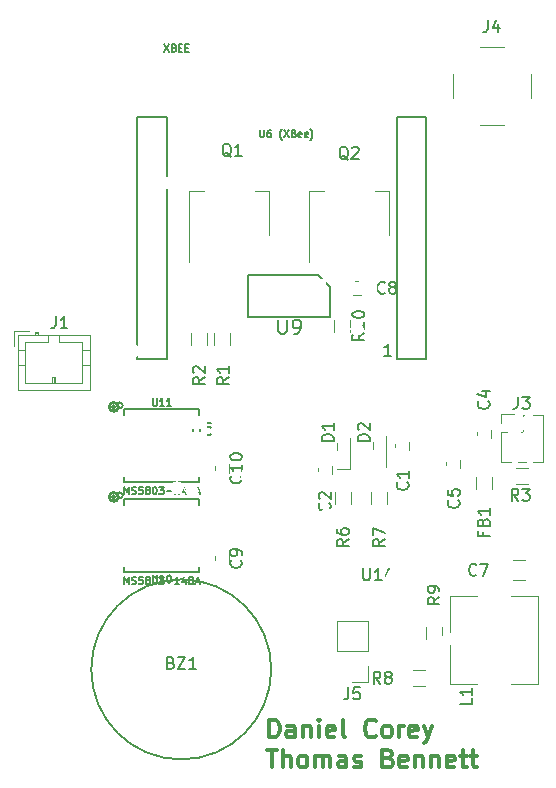
<source format=gbr>
G04 #@! TF.FileFunction,Legend,Top*
%FSLAX46Y46*%
G04 Gerber Fmt 4.6, Leading zero omitted, Abs format (unit mm)*
G04 Created by KiCad (PCBNEW 4.0.7) date Sunday, February 25, 2018 'PMt' 02:02:58 PM*
%MOMM*%
%LPD*%
G01*
G04 APERTURE LIST*
%ADD10C,0.128000*%
%ADD11C,0.300000*%
%ADD12C,0.150000*%
%ADD13C,0.120000*%
%ADD14C,0.203200*%
%ADD15C,0.254000*%
%ADD16C,0.127000*%
%ADD17C,0.152400*%
%ADD18C,1.924000*%
%ADD19R,1.300000X1.600000*%
%ADD20C,1.727200*%
%ADD21R,1.416000X1.416000*%
%ADD22O,1.416000X1.416000*%
%ADD23R,2.100000X2.100000*%
%ADD24O,2.100000X2.100000*%
%ADD25R,1.150000X1.600000*%
%ADD26R,1.600000X1.150000*%
%ADD27R,2.600000X1.900000*%
%ADD28R,4.200000X2.400000*%
%ADD29R,1.900000X2.400000*%
%ADD30R,1.600000X1.300000*%
%ADD31R,1.900000X1.010000*%
%ADD32R,2.451100X1.102360*%
%ADD33R,3.002280X1.102360*%
%ADD34R,1.700000X1.700000*%
%ADD35C,1.700000*%
%ADD36C,2.600000*%
%ADD37C,2.400000*%
%ADD38C,1.162000*%
%ADD39R,1.600000X2.100000*%
%ADD40O,1.600000X2.100000*%
%ADD41R,1.900000X1.650000*%
%ADD42C,3.650000*%
G04 APERTURE END LIST*
D10*
D11*
X156440143Y-116116571D02*
X156440143Y-114616571D01*
X156797286Y-114616571D01*
X157011571Y-114688000D01*
X157154429Y-114830857D01*
X157225857Y-114973714D01*
X157297286Y-115259429D01*
X157297286Y-115473714D01*
X157225857Y-115759429D01*
X157154429Y-115902286D01*
X157011571Y-116045143D01*
X156797286Y-116116571D01*
X156440143Y-116116571D01*
X158583000Y-116116571D02*
X158583000Y-115330857D01*
X158511571Y-115188000D01*
X158368714Y-115116571D01*
X158083000Y-115116571D01*
X157940143Y-115188000D01*
X158583000Y-116045143D02*
X158440143Y-116116571D01*
X158083000Y-116116571D01*
X157940143Y-116045143D01*
X157868714Y-115902286D01*
X157868714Y-115759429D01*
X157940143Y-115616571D01*
X158083000Y-115545143D01*
X158440143Y-115545143D01*
X158583000Y-115473714D01*
X159297286Y-115116571D02*
X159297286Y-116116571D01*
X159297286Y-115259429D02*
X159368714Y-115188000D01*
X159511572Y-115116571D01*
X159725857Y-115116571D01*
X159868714Y-115188000D01*
X159940143Y-115330857D01*
X159940143Y-116116571D01*
X160654429Y-116116571D02*
X160654429Y-115116571D01*
X160654429Y-114616571D02*
X160583000Y-114688000D01*
X160654429Y-114759429D01*
X160725857Y-114688000D01*
X160654429Y-114616571D01*
X160654429Y-114759429D01*
X161940143Y-116045143D02*
X161797286Y-116116571D01*
X161511572Y-116116571D01*
X161368715Y-116045143D01*
X161297286Y-115902286D01*
X161297286Y-115330857D01*
X161368715Y-115188000D01*
X161511572Y-115116571D01*
X161797286Y-115116571D01*
X161940143Y-115188000D01*
X162011572Y-115330857D01*
X162011572Y-115473714D01*
X161297286Y-115616571D01*
X162868715Y-116116571D02*
X162725857Y-116045143D01*
X162654429Y-115902286D01*
X162654429Y-114616571D01*
X165440143Y-115973714D02*
X165368714Y-116045143D01*
X165154428Y-116116571D01*
X165011571Y-116116571D01*
X164797286Y-116045143D01*
X164654428Y-115902286D01*
X164583000Y-115759429D01*
X164511571Y-115473714D01*
X164511571Y-115259429D01*
X164583000Y-114973714D01*
X164654428Y-114830857D01*
X164797286Y-114688000D01*
X165011571Y-114616571D01*
X165154428Y-114616571D01*
X165368714Y-114688000D01*
X165440143Y-114759429D01*
X166297286Y-116116571D02*
X166154428Y-116045143D01*
X166083000Y-115973714D01*
X166011571Y-115830857D01*
X166011571Y-115402286D01*
X166083000Y-115259429D01*
X166154428Y-115188000D01*
X166297286Y-115116571D01*
X166511571Y-115116571D01*
X166654428Y-115188000D01*
X166725857Y-115259429D01*
X166797286Y-115402286D01*
X166797286Y-115830857D01*
X166725857Y-115973714D01*
X166654428Y-116045143D01*
X166511571Y-116116571D01*
X166297286Y-116116571D01*
X167440143Y-116116571D02*
X167440143Y-115116571D01*
X167440143Y-115402286D02*
X167511571Y-115259429D01*
X167583000Y-115188000D01*
X167725857Y-115116571D01*
X167868714Y-115116571D01*
X168940142Y-116045143D02*
X168797285Y-116116571D01*
X168511571Y-116116571D01*
X168368714Y-116045143D01*
X168297285Y-115902286D01*
X168297285Y-115330857D01*
X168368714Y-115188000D01*
X168511571Y-115116571D01*
X168797285Y-115116571D01*
X168940142Y-115188000D01*
X169011571Y-115330857D01*
X169011571Y-115473714D01*
X168297285Y-115616571D01*
X169511571Y-115116571D02*
X169868714Y-116116571D01*
X170225856Y-115116571D02*
X169868714Y-116116571D01*
X169725856Y-116473714D01*
X169654428Y-116545143D01*
X169511571Y-116616571D01*
X156225857Y-117166571D02*
X157083000Y-117166571D01*
X156654429Y-118666571D02*
X156654429Y-117166571D01*
X157583000Y-118666571D02*
X157583000Y-117166571D01*
X158225857Y-118666571D02*
X158225857Y-117880857D01*
X158154428Y-117738000D01*
X158011571Y-117666571D01*
X157797286Y-117666571D01*
X157654428Y-117738000D01*
X157583000Y-117809429D01*
X159154429Y-118666571D02*
X159011571Y-118595143D01*
X158940143Y-118523714D01*
X158868714Y-118380857D01*
X158868714Y-117952286D01*
X158940143Y-117809429D01*
X159011571Y-117738000D01*
X159154429Y-117666571D01*
X159368714Y-117666571D01*
X159511571Y-117738000D01*
X159583000Y-117809429D01*
X159654429Y-117952286D01*
X159654429Y-118380857D01*
X159583000Y-118523714D01*
X159511571Y-118595143D01*
X159368714Y-118666571D01*
X159154429Y-118666571D01*
X160297286Y-118666571D02*
X160297286Y-117666571D01*
X160297286Y-117809429D02*
X160368714Y-117738000D01*
X160511572Y-117666571D01*
X160725857Y-117666571D01*
X160868714Y-117738000D01*
X160940143Y-117880857D01*
X160940143Y-118666571D01*
X160940143Y-117880857D02*
X161011572Y-117738000D01*
X161154429Y-117666571D01*
X161368714Y-117666571D01*
X161511572Y-117738000D01*
X161583000Y-117880857D01*
X161583000Y-118666571D01*
X162940143Y-118666571D02*
X162940143Y-117880857D01*
X162868714Y-117738000D01*
X162725857Y-117666571D01*
X162440143Y-117666571D01*
X162297286Y-117738000D01*
X162940143Y-118595143D02*
X162797286Y-118666571D01*
X162440143Y-118666571D01*
X162297286Y-118595143D01*
X162225857Y-118452286D01*
X162225857Y-118309429D01*
X162297286Y-118166571D01*
X162440143Y-118095143D01*
X162797286Y-118095143D01*
X162940143Y-118023714D01*
X163583000Y-118595143D02*
X163725857Y-118666571D01*
X164011572Y-118666571D01*
X164154429Y-118595143D01*
X164225857Y-118452286D01*
X164225857Y-118380857D01*
X164154429Y-118238000D01*
X164011572Y-118166571D01*
X163797286Y-118166571D01*
X163654429Y-118095143D01*
X163583000Y-117952286D01*
X163583000Y-117880857D01*
X163654429Y-117738000D01*
X163797286Y-117666571D01*
X164011572Y-117666571D01*
X164154429Y-117738000D01*
X166511572Y-117880857D02*
X166725858Y-117952286D01*
X166797286Y-118023714D01*
X166868715Y-118166571D01*
X166868715Y-118380857D01*
X166797286Y-118523714D01*
X166725858Y-118595143D01*
X166583000Y-118666571D01*
X166011572Y-118666571D01*
X166011572Y-117166571D01*
X166511572Y-117166571D01*
X166654429Y-117238000D01*
X166725858Y-117309429D01*
X166797286Y-117452286D01*
X166797286Y-117595143D01*
X166725858Y-117738000D01*
X166654429Y-117809429D01*
X166511572Y-117880857D01*
X166011572Y-117880857D01*
X168083000Y-118595143D02*
X167940143Y-118666571D01*
X167654429Y-118666571D01*
X167511572Y-118595143D01*
X167440143Y-118452286D01*
X167440143Y-117880857D01*
X167511572Y-117738000D01*
X167654429Y-117666571D01*
X167940143Y-117666571D01*
X168083000Y-117738000D01*
X168154429Y-117880857D01*
X168154429Y-118023714D01*
X167440143Y-118166571D01*
X168797286Y-117666571D02*
X168797286Y-118666571D01*
X168797286Y-117809429D02*
X168868714Y-117738000D01*
X169011572Y-117666571D01*
X169225857Y-117666571D01*
X169368714Y-117738000D01*
X169440143Y-117880857D01*
X169440143Y-118666571D01*
X170154429Y-117666571D02*
X170154429Y-118666571D01*
X170154429Y-117809429D02*
X170225857Y-117738000D01*
X170368715Y-117666571D01*
X170583000Y-117666571D01*
X170725857Y-117738000D01*
X170797286Y-117880857D01*
X170797286Y-118666571D01*
X172083000Y-118595143D02*
X171940143Y-118666571D01*
X171654429Y-118666571D01*
X171511572Y-118595143D01*
X171440143Y-118452286D01*
X171440143Y-117880857D01*
X171511572Y-117738000D01*
X171654429Y-117666571D01*
X171940143Y-117666571D01*
X172083000Y-117738000D01*
X172154429Y-117880857D01*
X172154429Y-118023714D01*
X171440143Y-118166571D01*
X172583000Y-117666571D02*
X173154429Y-117666571D01*
X172797286Y-117166571D02*
X172797286Y-118452286D01*
X172868714Y-118595143D01*
X173011572Y-118666571D01*
X173154429Y-118666571D01*
X173440143Y-117666571D02*
X174011572Y-117666571D01*
X173654429Y-117166571D02*
X173654429Y-118452286D01*
X173725857Y-118595143D01*
X173868715Y-118666571D01*
X174011572Y-118666571D01*
D12*
X156591000Y-110363000D02*
G75*
G03X156591000Y-110363000I-7620000J0D01*
G01*
D13*
X151720000Y-82923000D02*
X151720000Y-81923000D01*
X153080000Y-81923000D02*
X153080000Y-82923000D01*
X151175000Y-81923000D02*
X151175000Y-82923000D01*
X149815000Y-82923000D02*
X149815000Y-81923000D01*
D14*
X147731480Y-84114640D02*
X145232120Y-84114640D01*
X145232120Y-84114640D02*
X145232120Y-63614300D01*
X145232120Y-63614300D02*
X147731480Y-63614300D01*
X147731480Y-84114640D02*
X147731480Y-63614300D01*
X167228520Y-84114640D02*
X169727880Y-84114640D01*
X169727880Y-84114640D02*
X169727880Y-63614300D01*
X169727880Y-63614300D02*
X167228520Y-63614300D01*
X167228520Y-84114640D02*
X167228520Y-63614300D01*
D13*
X176035000Y-92770000D02*
X176857470Y-92770000D01*
X178742530Y-92770000D02*
X179565000Y-92770000D01*
X177472530Y-92770000D02*
X178127470Y-92770000D01*
X176035000Y-90295000D02*
X176035000Y-92770000D01*
X179565000Y-88840000D02*
X179565000Y-92770000D01*
X176035000Y-90295000D02*
X176601529Y-90295000D01*
X177728471Y-90295000D02*
X177871529Y-90295000D01*
X177925000Y-90241529D02*
X177925000Y-90098471D01*
X177925000Y-88971529D02*
X177925000Y-88840000D01*
X177925000Y-88840000D02*
X178127470Y-88840000D01*
X178742530Y-88840000D02*
X179565000Y-88840000D01*
X176035000Y-89535000D02*
X176035000Y-88775000D01*
X176035000Y-88775000D02*
X177165000Y-88775000D01*
X167040000Y-91790000D02*
X167040000Y-91090000D01*
X168240000Y-91090000D02*
X168240000Y-91790000D01*
X161763000Y-93122000D02*
X161763000Y-93822000D01*
X160563000Y-93822000D02*
X160563000Y-93122000D01*
X175225000Y-90074000D02*
X175225000Y-90774000D01*
X174025000Y-90774000D02*
X174025000Y-90074000D01*
X172558000Y-92614000D02*
X172558000Y-93314000D01*
X171358000Y-93314000D02*
X171358000Y-92614000D01*
X163480000Y-77505000D02*
X164180000Y-77505000D01*
X164180000Y-78705000D02*
X163480000Y-78705000D01*
X162137000Y-93367000D02*
X163237000Y-93367000D01*
X163237000Y-93367000D02*
X163237000Y-90767000D01*
X162137000Y-93367000D02*
X162137000Y-90767000D01*
X165185000Y-93240000D02*
X166285000Y-93240000D01*
X166285000Y-93240000D02*
X166285000Y-90640000D01*
X165185000Y-93240000D02*
X165185000Y-90640000D01*
X175305000Y-94115000D02*
X175305000Y-95115000D01*
X173945000Y-95115000D02*
X173945000Y-94115000D01*
X174050500Y-111586500D02*
X171750500Y-111586500D01*
X171750500Y-111586500D02*
X171750500Y-104186500D01*
X171750500Y-104186500D02*
X174050500Y-104186500D01*
X176850500Y-104186500D02*
X179150500Y-104186500D01*
X179150500Y-104186500D02*
X179150500Y-111586500D01*
X179150500Y-111586500D02*
X176850500Y-111586500D01*
X156445000Y-69845000D02*
X155185000Y-69845000D01*
X149625000Y-69845000D02*
X150885000Y-69845000D01*
X156445000Y-73605000D02*
X156445000Y-69845000D01*
X149625000Y-75855000D02*
X149625000Y-69845000D01*
X166605000Y-69845000D02*
X165345000Y-69845000D01*
X159785000Y-69845000D02*
X161045000Y-69845000D01*
X166605000Y-73605000D02*
X166605000Y-69845000D01*
X159785000Y-75855000D02*
X159785000Y-69845000D01*
X177300000Y-93300000D02*
X178300000Y-93300000D01*
X178300000Y-94660000D02*
X177300000Y-94660000D01*
X163367000Y-95342000D02*
X163367000Y-96342000D01*
X162007000Y-96342000D02*
X162007000Y-95342000D01*
X166415000Y-95385000D02*
X166415000Y-96385000D01*
X165055000Y-96385000D02*
X165055000Y-95385000D01*
X169600500Y-111741500D02*
X168600500Y-111741500D01*
X168600500Y-110381500D02*
X169600500Y-110381500D01*
X169690500Y-107751500D02*
X169690500Y-106751500D01*
X171050500Y-106751500D02*
X171050500Y-107751500D01*
X161880000Y-81780000D02*
X161880000Y-80780000D01*
X163240000Y-80780000D02*
X163240000Y-81780000D01*
D12*
X161565000Y-77985000D02*
X160565000Y-76985000D01*
X160565000Y-76985000D02*
X154665000Y-76985000D01*
X154665000Y-76985000D02*
X154665000Y-80495000D01*
X154665000Y-80495000D02*
X161565000Y-80495000D01*
X161565000Y-80495000D02*
X161565000Y-77985000D01*
D13*
X153000000Y-100615000D02*
X153000000Y-101315000D01*
X151800000Y-101315000D02*
X151800000Y-100615000D01*
X153000000Y-92995000D02*
X153000000Y-93695000D01*
X151800000Y-93695000D02*
X151800000Y-92995000D01*
D15*
X143637000Y-95758000D02*
G75*
G03X143637000Y-95758000I-381000J0D01*
G01*
X143383000Y-95758000D02*
G75*
G03X143383000Y-95758000I-127000J0D01*
G01*
D14*
X144122140Y-95961200D02*
X150517860Y-95961200D01*
X150517860Y-102158800D02*
X144122140Y-102158800D01*
X144122140Y-102158800D02*
X144122140Y-101658420D01*
X150517860Y-102158800D02*
X150517860Y-101658420D01*
X150517860Y-95961200D02*
X150517860Y-96461580D01*
X144122140Y-95961200D02*
X144122140Y-96461580D01*
D10*
X144018000Y-95631000D02*
G75*
G03X144018000Y-95631000I-254000J0D01*
G01*
D15*
X143637000Y-88138000D02*
G75*
G03X143637000Y-88138000I-381000J0D01*
G01*
X143383000Y-88138000D02*
G75*
G03X143383000Y-88138000I-127000J0D01*
G01*
D14*
X144122140Y-88341200D02*
X150517860Y-88341200D01*
X150517860Y-94538800D02*
X144122140Y-94538800D01*
X144122140Y-94538800D02*
X144122140Y-94038420D01*
X150517860Y-94538800D02*
X150517860Y-94038420D01*
X150517860Y-88341200D02*
X150517860Y-88841580D01*
X144122140Y-88341200D02*
X144122140Y-88841580D01*
D10*
X144018000Y-88011000D02*
G75*
G03X144018000Y-88011000I-254000J0D01*
G01*
D13*
X174260000Y-57660000D02*
X176260000Y-57660000D01*
X174260000Y-64260000D02*
X176260000Y-64260000D01*
X178560000Y-59960000D02*
X178560000Y-61960000D01*
X171960000Y-59960000D02*
X171960000Y-61960000D01*
X164779000Y-106239000D02*
X162119000Y-106239000D01*
X164779000Y-108839000D02*
X164779000Y-106239000D01*
X162119000Y-108839000D02*
X162119000Y-106239000D01*
X164779000Y-108839000D02*
X162119000Y-108839000D01*
X164779000Y-110109000D02*
X164779000Y-111439000D01*
X164779000Y-111439000D02*
X163449000Y-111439000D01*
X135110000Y-82020000D02*
X135110000Y-86720000D01*
X135110000Y-86720000D02*
X141210000Y-86720000D01*
X141210000Y-86720000D02*
X141210000Y-82020000D01*
X141210000Y-82020000D02*
X135110000Y-82020000D01*
X137660000Y-82020000D02*
X137660000Y-82620000D01*
X137660000Y-82620000D02*
X135710000Y-82620000D01*
X135710000Y-82620000D02*
X135710000Y-86120000D01*
X135710000Y-86120000D02*
X140610000Y-86120000D01*
X140610000Y-86120000D02*
X140610000Y-82620000D01*
X140610000Y-82620000D02*
X138660000Y-82620000D01*
X138660000Y-82620000D02*
X138660000Y-82020000D01*
X135110000Y-83320000D02*
X135710000Y-83320000D01*
X135110000Y-84620000D02*
X135710000Y-84620000D01*
X141210000Y-83320000D02*
X140610000Y-83320000D01*
X141210000Y-84620000D02*
X140610000Y-84620000D01*
X136860000Y-82020000D02*
X136860000Y-81820000D01*
X136860000Y-81820000D02*
X136560000Y-81820000D01*
X136560000Y-81820000D02*
X136560000Y-82020000D01*
X136860000Y-81920000D02*
X136560000Y-81920000D01*
X138060000Y-86120000D02*
X138060000Y-85620000D01*
X138060000Y-85620000D02*
X138260000Y-85620000D01*
X138260000Y-85620000D02*
X138260000Y-86120000D01*
X138160000Y-86120000D02*
X138160000Y-85620000D01*
X136060000Y-81720000D02*
X134810000Y-81720000D01*
X134810000Y-81720000D02*
X134810000Y-82970000D01*
X178046000Y-101131000D02*
X177046000Y-101131000D01*
X177046000Y-102831000D02*
X178046000Y-102831000D01*
D12*
X148090048Y-109791571D02*
X148232905Y-109839190D01*
X148280524Y-109886810D01*
X148328143Y-109982048D01*
X148328143Y-110124905D01*
X148280524Y-110220143D01*
X148232905Y-110267762D01*
X148137667Y-110315381D01*
X147756714Y-110315381D01*
X147756714Y-109315381D01*
X148090048Y-109315381D01*
X148185286Y-109363000D01*
X148232905Y-109410619D01*
X148280524Y-109505857D01*
X148280524Y-109601095D01*
X148232905Y-109696333D01*
X148185286Y-109743952D01*
X148090048Y-109791571D01*
X147756714Y-109791571D01*
X148661476Y-109315381D02*
X149328143Y-109315381D01*
X148661476Y-110315381D01*
X149328143Y-110315381D01*
X150232905Y-110315381D02*
X149661476Y-110315381D01*
X149947190Y-110315381D02*
X149947190Y-109315381D01*
X149851952Y-109458238D01*
X149756714Y-109553476D01*
X149661476Y-109601095D01*
X152979381Y-85637666D02*
X152503190Y-85971000D01*
X152979381Y-86209095D02*
X151979381Y-86209095D01*
X151979381Y-85828142D01*
X152027000Y-85732904D01*
X152074619Y-85685285D01*
X152169857Y-85637666D01*
X152312714Y-85637666D01*
X152407952Y-85685285D01*
X152455571Y-85732904D01*
X152503190Y-85828142D01*
X152503190Y-86209095D01*
X152979381Y-84685285D02*
X152979381Y-85256714D01*
X152979381Y-84971000D02*
X151979381Y-84971000D01*
X152122238Y-85066238D01*
X152217476Y-85161476D01*
X152265095Y-85256714D01*
X150947381Y-85637666D02*
X150471190Y-85971000D01*
X150947381Y-86209095D02*
X149947381Y-86209095D01*
X149947381Y-85828142D01*
X149995000Y-85732904D01*
X150042619Y-85685285D01*
X150137857Y-85637666D01*
X150280714Y-85637666D01*
X150375952Y-85685285D01*
X150423571Y-85732904D01*
X150471190Y-85828142D01*
X150471190Y-86209095D01*
X150042619Y-85256714D02*
X149995000Y-85209095D01*
X149947381Y-85113857D01*
X149947381Y-84875761D01*
X149995000Y-84780523D01*
X150042619Y-84732904D01*
X150137857Y-84685285D01*
X150233095Y-84685285D01*
X150375952Y-84732904D01*
X150947381Y-85304333D01*
X150947381Y-84685285D01*
D16*
X155640315Y-64690171D02*
X155640315Y-65183657D01*
X155669343Y-65241714D01*
X155698372Y-65270743D01*
X155756429Y-65299771D01*
X155872543Y-65299771D01*
X155930601Y-65270743D01*
X155959629Y-65241714D01*
X155988658Y-65183657D01*
X155988658Y-64690171D01*
X156540201Y-64690171D02*
X156424087Y-64690171D01*
X156366030Y-64719200D01*
X156337001Y-64748229D01*
X156278944Y-64835314D01*
X156249915Y-64951429D01*
X156249915Y-65183657D01*
X156278944Y-65241714D01*
X156307972Y-65270743D01*
X156366030Y-65299771D01*
X156482144Y-65299771D01*
X156540201Y-65270743D01*
X156569230Y-65241714D01*
X156598258Y-65183657D01*
X156598258Y-65038514D01*
X156569230Y-64980457D01*
X156540201Y-64951429D01*
X156482144Y-64922400D01*
X156366030Y-64922400D01*
X156307972Y-64951429D01*
X156278944Y-64980457D01*
X156249915Y-65038514D01*
X157498143Y-65532000D02*
X157469115Y-65502971D01*
X157411058Y-65415886D01*
X157382029Y-65357829D01*
X157353000Y-65270743D01*
X157323972Y-65125600D01*
X157323972Y-65009486D01*
X157353000Y-64864343D01*
X157382029Y-64777257D01*
X157411058Y-64719200D01*
X157469115Y-64632114D01*
X157498143Y-64603086D01*
X157672315Y-64690171D02*
X158078715Y-65299771D01*
X158078715Y-64690171D02*
X157672315Y-65299771D01*
X158514143Y-64980457D02*
X158601229Y-65009486D01*
X158630257Y-65038514D01*
X158659286Y-65096571D01*
X158659286Y-65183657D01*
X158630257Y-65241714D01*
X158601229Y-65270743D01*
X158543171Y-65299771D01*
X158310943Y-65299771D01*
X158310943Y-64690171D01*
X158514143Y-64690171D01*
X158572200Y-64719200D01*
X158601229Y-64748229D01*
X158630257Y-64806286D01*
X158630257Y-64864343D01*
X158601229Y-64922400D01*
X158572200Y-64951429D01*
X158514143Y-64980457D01*
X158310943Y-64980457D01*
X159152771Y-65270743D02*
X159094714Y-65299771D01*
X158978600Y-65299771D01*
X158920543Y-65270743D01*
X158891514Y-65212686D01*
X158891514Y-64980457D01*
X158920543Y-64922400D01*
X158978600Y-64893371D01*
X159094714Y-64893371D01*
X159152771Y-64922400D01*
X159181800Y-64980457D01*
X159181800Y-65038514D01*
X158891514Y-65096571D01*
X159675285Y-65270743D02*
X159617228Y-65299771D01*
X159501114Y-65299771D01*
X159443057Y-65270743D01*
X159414028Y-65212686D01*
X159414028Y-64980457D01*
X159443057Y-64922400D01*
X159501114Y-64893371D01*
X159617228Y-64893371D01*
X159675285Y-64922400D01*
X159704314Y-64980457D01*
X159704314Y-65038514D01*
X159414028Y-65096571D01*
X159907514Y-65532000D02*
X159936542Y-65502971D01*
X159994599Y-65415886D01*
X160023628Y-65357829D01*
X160052657Y-65270743D01*
X160081685Y-65125600D01*
X160081685Y-65009486D01*
X160052657Y-64864343D01*
X160023628Y-64777257D01*
X159994599Y-64719200D01*
X159936542Y-64632114D01*
X159907514Y-64603086D01*
X147530458Y-57451171D02*
X147936858Y-58060771D01*
X147936858Y-57451171D02*
X147530458Y-58060771D01*
X148372286Y-57741457D02*
X148459372Y-57770486D01*
X148488400Y-57799514D01*
X148517429Y-57857571D01*
X148517429Y-57944657D01*
X148488400Y-58002714D01*
X148459372Y-58031743D01*
X148401314Y-58060771D01*
X148169086Y-58060771D01*
X148169086Y-57451171D01*
X148372286Y-57451171D01*
X148430343Y-57480200D01*
X148459372Y-57509229D01*
X148488400Y-57567286D01*
X148488400Y-57625343D01*
X148459372Y-57683400D01*
X148430343Y-57712429D01*
X148372286Y-57741457D01*
X148169086Y-57741457D01*
X148778686Y-57741457D02*
X148981886Y-57741457D01*
X149068972Y-58060771D02*
X148778686Y-58060771D01*
X148778686Y-57451171D01*
X149068972Y-57451171D01*
X149330229Y-57741457D02*
X149533429Y-57741457D01*
X149620515Y-58060771D02*
X149330229Y-58060771D01*
X149330229Y-57451171D01*
X149620515Y-57451171D01*
D17*
X166761886Y-83832579D02*
X166181315Y-83832579D01*
X166471601Y-83832579D02*
X166471601Y-82816579D01*
X166374839Y-82961722D01*
X166278077Y-83058484D01*
X166181315Y-83106865D01*
D12*
X177466667Y-87292381D02*
X177466667Y-88006667D01*
X177419047Y-88149524D01*
X177323809Y-88244762D01*
X177180952Y-88292381D01*
X177085714Y-88292381D01*
X177847619Y-87292381D02*
X178466667Y-87292381D01*
X178133333Y-87673333D01*
X178276191Y-87673333D01*
X178371429Y-87720952D01*
X178419048Y-87768571D01*
X178466667Y-87863810D01*
X178466667Y-88101905D01*
X178419048Y-88197143D01*
X178371429Y-88244762D01*
X178276191Y-88292381D01*
X177990476Y-88292381D01*
X177895238Y-88244762D01*
X177847619Y-88197143D01*
X168124143Y-94527666D02*
X168171762Y-94575285D01*
X168219381Y-94718142D01*
X168219381Y-94813380D01*
X168171762Y-94956238D01*
X168076524Y-95051476D01*
X167981286Y-95099095D01*
X167790810Y-95146714D01*
X167647952Y-95146714D01*
X167457476Y-95099095D01*
X167362238Y-95051476D01*
X167267000Y-94956238D01*
X167219381Y-94813380D01*
X167219381Y-94718142D01*
X167267000Y-94575285D01*
X167314619Y-94527666D01*
X168219381Y-93575285D02*
X168219381Y-94146714D01*
X168219381Y-93861000D02*
X167219381Y-93861000D01*
X167362238Y-93956238D01*
X167457476Y-94051476D01*
X167505095Y-94146714D01*
X161520143Y-96305666D02*
X161567762Y-96353285D01*
X161615381Y-96496142D01*
X161615381Y-96591380D01*
X161567762Y-96734238D01*
X161472524Y-96829476D01*
X161377286Y-96877095D01*
X161186810Y-96924714D01*
X161043952Y-96924714D01*
X160853476Y-96877095D01*
X160758238Y-96829476D01*
X160663000Y-96734238D01*
X160615381Y-96591380D01*
X160615381Y-96496142D01*
X160663000Y-96353285D01*
X160710619Y-96305666D01*
X160710619Y-95924714D02*
X160663000Y-95877095D01*
X160615381Y-95781857D01*
X160615381Y-95543761D01*
X160663000Y-95448523D01*
X160710619Y-95400904D01*
X160805857Y-95353285D01*
X160901095Y-95353285D01*
X161043952Y-95400904D01*
X161615381Y-95972333D01*
X161615381Y-95353285D01*
X174982143Y-87669666D02*
X175029762Y-87717285D01*
X175077381Y-87860142D01*
X175077381Y-87955380D01*
X175029762Y-88098238D01*
X174934524Y-88193476D01*
X174839286Y-88241095D01*
X174648810Y-88288714D01*
X174505952Y-88288714D01*
X174315476Y-88241095D01*
X174220238Y-88193476D01*
X174125000Y-88098238D01*
X174077381Y-87955380D01*
X174077381Y-87860142D01*
X174125000Y-87717285D01*
X174172619Y-87669666D01*
X174410714Y-86812523D02*
X175077381Y-86812523D01*
X174029762Y-87050619D02*
X174744048Y-87288714D01*
X174744048Y-86669666D01*
X172442143Y-96051666D02*
X172489762Y-96099285D01*
X172537381Y-96242142D01*
X172537381Y-96337380D01*
X172489762Y-96480238D01*
X172394524Y-96575476D01*
X172299286Y-96623095D01*
X172108810Y-96670714D01*
X171965952Y-96670714D01*
X171775476Y-96623095D01*
X171680238Y-96575476D01*
X171585000Y-96480238D01*
X171537381Y-96337380D01*
X171537381Y-96242142D01*
X171585000Y-96099285D01*
X171632619Y-96051666D01*
X171537381Y-95146904D02*
X171537381Y-95623095D01*
X172013571Y-95670714D01*
X171965952Y-95623095D01*
X171918333Y-95527857D01*
X171918333Y-95289761D01*
X171965952Y-95194523D01*
X172013571Y-95146904D01*
X172108810Y-95099285D01*
X172346905Y-95099285D01*
X172442143Y-95146904D01*
X172489762Y-95194523D01*
X172537381Y-95289761D01*
X172537381Y-95527857D01*
X172489762Y-95623095D01*
X172442143Y-95670714D01*
X166203334Y-78462143D02*
X166155715Y-78509762D01*
X166012858Y-78557381D01*
X165917620Y-78557381D01*
X165774762Y-78509762D01*
X165679524Y-78414524D01*
X165631905Y-78319286D01*
X165584286Y-78128810D01*
X165584286Y-77985952D01*
X165631905Y-77795476D01*
X165679524Y-77700238D01*
X165774762Y-77605000D01*
X165917620Y-77557381D01*
X166012858Y-77557381D01*
X166155715Y-77605000D01*
X166203334Y-77652619D01*
X166774762Y-77985952D02*
X166679524Y-77938333D01*
X166631905Y-77890714D01*
X166584286Y-77795476D01*
X166584286Y-77747857D01*
X166631905Y-77652619D01*
X166679524Y-77605000D01*
X166774762Y-77557381D01*
X166965239Y-77557381D01*
X167060477Y-77605000D01*
X167108096Y-77652619D01*
X167155715Y-77747857D01*
X167155715Y-77795476D01*
X167108096Y-77890714D01*
X167060477Y-77938333D01*
X166965239Y-77985952D01*
X166774762Y-77985952D01*
X166679524Y-78033571D01*
X166631905Y-78081190D01*
X166584286Y-78176429D01*
X166584286Y-78366905D01*
X166631905Y-78462143D01*
X166679524Y-78509762D01*
X166774762Y-78557381D01*
X166965239Y-78557381D01*
X167060477Y-78509762D01*
X167108096Y-78462143D01*
X167155715Y-78366905D01*
X167155715Y-78176429D01*
X167108096Y-78081190D01*
X167060477Y-78033571D01*
X166965239Y-77985952D01*
X161869381Y-91035095D02*
X160869381Y-91035095D01*
X160869381Y-90797000D01*
X160917000Y-90654142D01*
X161012238Y-90558904D01*
X161107476Y-90511285D01*
X161297952Y-90463666D01*
X161440810Y-90463666D01*
X161631286Y-90511285D01*
X161726524Y-90558904D01*
X161821762Y-90654142D01*
X161869381Y-90797000D01*
X161869381Y-91035095D01*
X161869381Y-89511285D02*
X161869381Y-90082714D01*
X161869381Y-89797000D02*
X160869381Y-89797000D01*
X161012238Y-89892238D01*
X161107476Y-89987476D01*
X161155095Y-90082714D01*
X164917381Y-91035095D02*
X163917381Y-91035095D01*
X163917381Y-90797000D01*
X163965000Y-90654142D01*
X164060238Y-90558904D01*
X164155476Y-90511285D01*
X164345952Y-90463666D01*
X164488810Y-90463666D01*
X164679286Y-90511285D01*
X164774524Y-90558904D01*
X164869762Y-90654142D01*
X164917381Y-90797000D01*
X164917381Y-91035095D01*
X164012619Y-90082714D02*
X163965000Y-90035095D01*
X163917381Y-89939857D01*
X163917381Y-89701761D01*
X163965000Y-89606523D01*
X164012619Y-89558904D01*
X164107857Y-89511285D01*
X164203095Y-89511285D01*
X164345952Y-89558904D01*
X164917381Y-90130333D01*
X164917381Y-89511285D01*
X174553571Y-98750333D02*
X174553571Y-99083667D01*
X175077381Y-99083667D02*
X174077381Y-99083667D01*
X174077381Y-98607476D01*
X174553571Y-97893190D02*
X174601190Y-97750333D01*
X174648810Y-97702714D01*
X174744048Y-97655095D01*
X174886905Y-97655095D01*
X174982143Y-97702714D01*
X175029762Y-97750333D01*
X175077381Y-97845571D01*
X175077381Y-98226524D01*
X174077381Y-98226524D01*
X174077381Y-97893190D01*
X174125000Y-97797952D01*
X174172619Y-97750333D01*
X174267857Y-97702714D01*
X174363095Y-97702714D01*
X174458333Y-97750333D01*
X174505952Y-97797952D01*
X174553571Y-97893190D01*
X174553571Y-98226524D01*
X175077381Y-96702714D02*
X175077381Y-97274143D01*
X175077381Y-96988429D02*
X174077381Y-96988429D01*
X174220238Y-97083667D01*
X174315476Y-97178905D01*
X174363095Y-97274143D01*
X173553381Y-112815666D02*
X173553381Y-113291857D01*
X172553381Y-113291857D01*
X173553381Y-111958523D02*
X173553381Y-112529952D01*
X173553381Y-112244238D02*
X172553381Y-112244238D01*
X172696238Y-112339476D01*
X172791476Y-112434714D01*
X172839095Y-112529952D01*
X153193762Y-66968619D02*
X153098524Y-66921000D01*
X153003286Y-66825762D01*
X152860429Y-66682905D01*
X152765190Y-66635286D01*
X152669952Y-66635286D01*
X152717571Y-66873381D02*
X152622333Y-66825762D01*
X152527095Y-66730524D01*
X152479476Y-66540048D01*
X152479476Y-66206714D01*
X152527095Y-66016238D01*
X152622333Y-65921000D01*
X152717571Y-65873381D01*
X152908048Y-65873381D01*
X153003286Y-65921000D01*
X153098524Y-66016238D01*
X153146143Y-66206714D01*
X153146143Y-66540048D01*
X153098524Y-66730524D01*
X153003286Y-66825762D01*
X152908048Y-66873381D01*
X152717571Y-66873381D01*
X154098524Y-66873381D02*
X153527095Y-66873381D01*
X153812809Y-66873381D02*
X153812809Y-65873381D01*
X153717571Y-66016238D01*
X153622333Y-66111476D01*
X153527095Y-66159095D01*
X163099762Y-67222619D02*
X163004524Y-67175000D01*
X162909286Y-67079762D01*
X162766429Y-66936905D01*
X162671190Y-66889286D01*
X162575952Y-66889286D01*
X162623571Y-67127381D02*
X162528333Y-67079762D01*
X162433095Y-66984524D01*
X162385476Y-66794048D01*
X162385476Y-66460714D01*
X162433095Y-66270238D01*
X162528333Y-66175000D01*
X162623571Y-66127381D01*
X162814048Y-66127381D01*
X162909286Y-66175000D01*
X163004524Y-66270238D01*
X163052143Y-66460714D01*
X163052143Y-66794048D01*
X163004524Y-66984524D01*
X162909286Y-67079762D01*
X162814048Y-67127381D01*
X162623571Y-67127381D01*
X163433095Y-66222619D02*
X163480714Y-66175000D01*
X163575952Y-66127381D01*
X163814048Y-66127381D01*
X163909286Y-66175000D01*
X163956905Y-66222619D01*
X164004524Y-66317857D01*
X164004524Y-66413095D01*
X163956905Y-66555952D01*
X163385476Y-67127381D01*
X164004524Y-67127381D01*
X177506334Y-96083381D02*
X177173000Y-95607190D01*
X176934905Y-96083381D02*
X176934905Y-95083381D01*
X177315858Y-95083381D01*
X177411096Y-95131000D01*
X177458715Y-95178619D01*
X177506334Y-95273857D01*
X177506334Y-95416714D01*
X177458715Y-95511952D01*
X177411096Y-95559571D01*
X177315858Y-95607190D01*
X176934905Y-95607190D01*
X177839667Y-95083381D02*
X178458715Y-95083381D01*
X178125381Y-95464333D01*
X178268239Y-95464333D01*
X178363477Y-95511952D01*
X178411096Y-95559571D01*
X178458715Y-95654810D01*
X178458715Y-95892905D01*
X178411096Y-95988143D01*
X178363477Y-96035762D01*
X178268239Y-96083381D01*
X177982524Y-96083381D01*
X177887286Y-96035762D01*
X177839667Y-95988143D01*
X163139381Y-99353666D02*
X162663190Y-99687000D01*
X163139381Y-99925095D02*
X162139381Y-99925095D01*
X162139381Y-99544142D01*
X162187000Y-99448904D01*
X162234619Y-99401285D01*
X162329857Y-99353666D01*
X162472714Y-99353666D01*
X162567952Y-99401285D01*
X162615571Y-99448904D01*
X162663190Y-99544142D01*
X162663190Y-99925095D01*
X162139381Y-98496523D02*
X162139381Y-98687000D01*
X162187000Y-98782238D01*
X162234619Y-98829857D01*
X162377476Y-98925095D01*
X162567952Y-98972714D01*
X162948905Y-98972714D01*
X163044143Y-98925095D01*
X163091762Y-98877476D01*
X163139381Y-98782238D01*
X163139381Y-98591761D01*
X163091762Y-98496523D01*
X163044143Y-98448904D01*
X162948905Y-98401285D01*
X162710810Y-98401285D01*
X162615571Y-98448904D01*
X162567952Y-98496523D01*
X162520333Y-98591761D01*
X162520333Y-98782238D01*
X162567952Y-98877476D01*
X162615571Y-98925095D01*
X162710810Y-98972714D01*
X166187381Y-99353666D02*
X165711190Y-99687000D01*
X166187381Y-99925095D02*
X165187381Y-99925095D01*
X165187381Y-99544142D01*
X165235000Y-99448904D01*
X165282619Y-99401285D01*
X165377857Y-99353666D01*
X165520714Y-99353666D01*
X165615952Y-99401285D01*
X165663571Y-99448904D01*
X165711190Y-99544142D01*
X165711190Y-99925095D01*
X165187381Y-99020333D02*
X165187381Y-98353666D01*
X166187381Y-98782238D01*
X165822334Y-111577381D02*
X165489000Y-111101190D01*
X165250905Y-111577381D02*
X165250905Y-110577381D01*
X165631858Y-110577381D01*
X165727096Y-110625000D01*
X165774715Y-110672619D01*
X165822334Y-110767857D01*
X165822334Y-110910714D01*
X165774715Y-111005952D01*
X165727096Y-111053571D01*
X165631858Y-111101190D01*
X165250905Y-111101190D01*
X166393762Y-111005952D02*
X166298524Y-110958333D01*
X166250905Y-110910714D01*
X166203286Y-110815476D01*
X166203286Y-110767857D01*
X166250905Y-110672619D01*
X166298524Y-110625000D01*
X166393762Y-110577381D01*
X166584239Y-110577381D01*
X166679477Y-110625000D01*
X166727096Y-110672619D01*
X166774715Y-110767857D01*
X166774715Y-110815476D01*
X166727096Y-110910714D01*
X166679477Y-110958333D01*
X166584239Y-111005952D01*
X166393762Y-111005952D01*
X166298524Y-111053571D01*
X166250905Y-111101190D01*
X166203286Y-111196429D01*
X166203286Y-111386905D01*
X166250905Y-111482143D01*
X166298524Y-111529762D01*
X166393762Y-111577381D01*
X166584239Y-111577381D01*
X166679477Y-111529762D01*
X166727096Y-111482143D01*
X166774715Y-111386905D01*
X166774715Y-111196429D01*
X166727096Y-111101190D01*
X166679477Y-111053571D01*
X166584239Y-111005952D01*
X170822881Y-104243166D02*
X170346690Y-104576500D01*
X170822881Y-104814595D02*
X169822881Y-104814595D01*
X169822881Y-104433642D01*
X169870500Y-104338404D01*
X169918119Y-104290785D01*
X170013357Y-104243166D01*
X170156214Y-104243166D01*
X170251452Y-104290785D01*
X170299071Y-104338404D01*
X170346690Y-104433642D01*
X170346690Y-104814595D01*
X170822881Y-103766976D02*
X170822881Y-103576500D01*
X170775262Y-103481261D01*
X170727643Y-103433642D01*
X170584786Y-103338404D01*
X170394310Y-103290785D01*
X170013357Y-103290785D01*
X169918119Y-103338404D01*
X169870500Y-103386023D01*
X169822881Y-103481261D01*
X169822881Y-103671738D01*
X169870500Y-103766976D01*
X169918119Y-103814595D01*
X170013357Y-103862214D01*
X170251452Y-103862214D01*
X170346690Y-103814595D01*
X170394310Y-103766976D01*
X170441929Y-103671738D01*
X170441929Y-103481261D01*
X170394310Y-103386023D01*
X170346690Y-103338404D01*
X170251452Y-103290785D01*
X164462381Y-81922857D02*
X163986190Y-82256191D01*
X164462381Y-82494286D02*
X163462381Y-82494286D01*
X163462381Y-82113333D01*
X163510000Y-82018095D01*
X163557619Y-81970476D01*
X163652857Y-81922857D01*
X163795714Y-81922857D01*
X163890952Y-81970476D01*
X163938571Y-82018095D01*
X163986190Y-82113333D01*
X163986190Y-82494286D01*
X164462381Y-80970476D02*
X164462381Y-81541905D01*
X164462381Y-81256191D02*
X163462381Y-81256191D01*
X163605238Y-81351429D01*
X163700476Y-81446667D01*
X163748095Y-81541905D01*
X163462381Y-80351429D02*
X163462381Y-80256190D01*
X163510000Y-80160952D01*
X163557619Y-80113333D01*
X163652857Y-80065714D01*
X163843333Y-80018095D01*
X164081429Y-80018095D01*
X164271905Y-80065714D01*
X164367143Y-80113333D01*
X164414762Y-80160952D01*
X164462381Y-80256190D01*
X164462381Y-80351429D01*
X164414762Y-80446667D01*
X164367143Y-80494286D01*
X164271905Y-80541905D01*
X164081429Y-80589524D01*
X163843333Y-80589524D01*
X163652857Y-80541905D01*
X163557619Y-80494286D01*
X163510000Y-80446667D01*
X163462381Y-80351429D01*
X157200714Y-80749857D02*
X157200714Y-81721286D01*
X157257857Y-81835571D01*
X157315000Y-81892714D01*
X157429286Y-81949857D01*
X157657857Y-81949857D01*
X157772143Y-81892714D01*
X157829286Y-81835571D01*
X157886429Y-81721286D01*
X157886429Y-80749857D01*
X158515000Y-81949857D02*
X158743572Y-81949857D01*
X158857857Y-81892714D01*
X158915000Y-81835571D01*
X159029286Y-81664143D01*
X159086429Y-81435571D01*
X159086429Y-80978429D01*
X159029286Y-80864143D01*
X158972143Y-80807000D01*
X158857857Y-80749857D01*
X158629286Y-80749857D01*
X158515000Y-80807000D01*
X158457857Y-80864143D01*
X158400714Y-80978429D01*
X158400714Y-81264143D01*
X158457857Y-81378429D01*
X158515000Y-81435571D01*
X158629286Y-81492714D01*
X158857857Y-81492714D01*
X158972143Y-81435571D01*
X159029286Y-81378429D01*
X159086429Y-81264143D01*
X154007143Y-101131666D02*
X154054762Y-101179285D01*
X154102381Y-101322142D01*
X154102381Y-101417380D01*
X154054762Y-101560238D01*
X153959524Y-101655476D01*
X153864286Y-101703095D01*
X153673810Y-101750714D01*
X153530952Y-101750714D01*
X153340476Y-101703095D01*
X153245238Y-101655476D01*
X153150000Y-101560238D01*
X153102381Y-101417380D01*
X153102381Y-101322142D01*
X153150000Y-101179285D01*
X153197619Y-101131666D01*
X154102381Y-100655476D02*
X154102381Y-100465000D01*
X154054762Y-100369761D01*
X154007143Y-100322142D01*
X153864286Y-100226904D01*
X153673810Y-100179285D01*
X153292857Y-100179285D01*
X153197619Y-100226904D01*
X153150000Y-100274523D01*
X153102381Y-100369761D01*
X153102381Y-100560238D01*
X153150000Y-100655476D01*
X153197619Y-100703095D01*
X153292857Y-100750714D01*
X153530952Y-100750714D01*
X153626190Y-100703095D01*
X153673810Y-100655476D01*
X153721429Y-100560238D01*
X153721429Y-100369761D01*
X153673810Y-100274523D01*
X153626190Y-100226904D01*
X153530952Y-100179285D01*
X154007143Y-93987857D02*
X154054762Y-94035476D01*
X154102381Y-94178333D01*
X154102381Y-94273571D01*
X154054762Y-94416429D01*
X153959524Y-94511667D01*
X153864286Y-94559286D01*
X153673810Y-94606905D01*
X153530952Y-94606905D01*
X153340476Y-94559286D01*
X153245238Y-94511667D01*
X153150000Y-94416429D01*
X153102381Y-94273571D01*
X153102381Y-94178333D01*
X153150000Y-94035476D01*
X153197619Y-93987857D01*
X154102381Y-93035476D02*
X154102381Y-93606905D01*
X154102381Y-93321191D02*
X153102381Y-93321191D01*
X153245238Y-93416429D01*
X153340476Y-93511667D01*
X153388095Y-93606905D01*
X153102381Y-92416429D02*
X153102381Y-92321190D01*
X153150000Y-92225952D01*
X153197619Y-92178333D01*
X153292857Y-92130714D01*
X153483333Y-92083095D01*
X153721429Y-92083095D01*
X153911905Y-92130714D01*
X154007143Y-92178333D01*
X154054762Y-92225952D01*
X154102381Y-92321190D01*
X154102381Y-92416429D01*
X154054762Y-92511667D01*
X154007143Y-92559286D01*
X153911905Y-92606905D01*
X153721429Y-92654524D01*
X153483333Y-92654524D01*
X153292857Y-92606905D01*
X153197619Y-92559286D01*
X153150000Y-92511667D01*
X153102381Y-92416429D01*
D16*
X146565258Y-102409171D02*
X146565258Y-102902657D01*
X146594286Y-102960714D01*
X146623315Y-102989743D01*
X146681372Y-103018771D01*
X146797486Y-103018771D01*
X146855544Y-102989743D01*
X146884572Y-102960714D01*
X146913601Y-102902657D01*
X146913601Y-102409171D01*
X147523201Y-103018771D02*
X147174858Y-103018771D01*
X147349030Y-103018771D02*
X147349030Y-102409171D01*
X147290973Y-102496257D01*
X147232915Y-102554314D01*
X147174858Y-102583343D01*
X147900572Y-102409171D02*
X147958629Y-102409171D01*
X148016686Y-102438200D01*
X148045715Y-102467229D01*
X148074744Y-102525286D01*
X148103772Y-102641400D01*
X148103772Y-102786543D01*
X148074744Y-102902657D01*
X148045715Y-102960714D01*
X148016686Y-102989743D01*
X147958629Y-103018771D01*
X147900572Y-103018771D01*
X147842515Y-102989743D01*
X147813486Y-102960714D01*
X147784458Y-102902657D01*
X147755429Y-102786543D01*
X147755429Y-102641400D01*
X147784458Y-102525286D01*
X147813486Y-102467229D01*
X147842515Y-102438200D01*
X147900572Y-102409171D01*
X144141373Y-103145771D02*
X144141373Y-102536171D01*
X144344573Y-102971600D01*
X144547773Y-102536171D01*
X144547773Y-103145771D01*
X144809030Y-103116743D02*
X144896116Y-103145771D01*
X145041259Y-103145771D01*
X145099316Y-103116743D01*
X145128345Y-103087714D01*
X145157373Y-103029657D01*
X145157373Y-102971600D01*
X145128345Y-102913543D01*
X145099316Y-102884514D01*
X145041259Y-102855486D01*
X144925145Y-102826457D01*
X144867087Y-102797429D01*
X144838059Y-102768400D01*
X144809030Y-102710343D01*
X144809030Y-102652286D01*
X144838059Y-102594229D01*
X144867087Y-102565200D01*
X144925145Y-102536171D01*
X145070287Y-102536171D01*
X145157373Y-102565200D01*
X145708916Y-102536171D02*
X145418630Y-102536171D01*
X145389601Y-102826457D01*
X145418630Y-102797429D01*
X145476687Y-102768400D01*
X145621830Y-102768400D01*
X145679887Y-102797429D01*
X145708916Y-102826457D01*
X145737944Y-102884514D01*
X145737944Y-103029657D01*
X145708916Y-103087714D01*
X145679887Y-103116743D01*
X145621830Y-103145771D01*
X145476687Y-103145771D01*
X145418630Y-103116743D01*
X145389601Y-103087714D01*
X146086287Y-102797429D02*
X146028229Y-102768400D01*
X145999201Y-102739371D01*
X145970172Y-102681314D01*
X145970172Y-102652286D01*
X145999201Y-102594229D01*
X146028229Y-102565200D01*
X146086287Y-102536171D01*
X146202401Y-102536171D01*
X146260458Y-102565200D01*
X146289487Y-102594229D01*
X146318515Y-102652286D01*
X146318515Y-102681314D01*
X146289487Y-102739371D01*
X146260458Y-102768400D01*
X146202401Y-102797429D01*
X146086287Y-102797429D01*
X146028229Y-102826457D01*
X145999201Y-102855486D01*
X145970172Y-102913543D01*
X145970172Y-103029657D01*
X145999201Y-103087714D01*
X146028229Y-103116743D01*
X146086287Y-103145771D01*
X146202401Y-103145771D01*
X146260458Y-103116743D01*
X146289487Y-103087714D01*
X146318515Y-103029657D01*
X146318515Y-102913543D01*
X146289487Y-102855486D01*
X146260458Y-102826457D01*
X146202401Y-102797429D01*
X146695886Y-102536171D02*
X146753943Y-102536171D01*
X146812000Y-102565200D01*
X146841029Y-102594229D01*
X146870058Y-102652286D01*
X146899086Y-102768400D01*
X146899086Y-102913543D01*
X146870058Y-103029657D01*
X146841029Y-103087714D01*
X146812000Y-103116743D01*
X146753943Y-103145771D01*
X146695886Y-103145771D01*
X146637829Y-103116743D01*
X146608800Y-103087714D01*
X146579772Y-103029657D01*
X146550743Y-102913543D01*
X146550743Y-102768400D01*
X146579772Y-102652286D01*
X146608800Y-102594229D01*
X146637829Y-102565200D01*
X146695886Y-102536171D01*
X147102286Y-102536171D02*
X147479657Y-102536171D01*
X147276457Y-102768400D01*
X147363543Y-102768400D01*
X147421600Y-102797429D01*
X147450629Y-102826457D01*
X147479657Y-102884514D01*
X147479657Y-103029657D01*
X147450629Y-103087714D01*
X147421600Y-103116743D01*
X147363543Y-103145771D01*
X147189371Y-103145771D01*
X147131314Y-103116743D01*
X147102286Y-103087714D01*
X147740914Y-102913543D02*
X148205371Y-102913543D01*
X148814971Y-103145771D02*
X148466628Y-103145771D01*
X148640800Y-103145771D02*
X148640800Y-102536171D01*
X148582743Y-102623257D01*
X148524685Y-102681314D01*
X148466628Y-102710343D01*
X149337485Y-102739371D02*
X149337485Y-103145771D01*
X149192342Y-102507143D02*
X149047199Y-102942571D01*
X149424571Y-102942571D01*
X149859999Y-102826457D02*
X149947085Y-102855486D01*
X149976113Y-102884514D01*
X150005142Y-102942571D01*
X150005142Y-103029657D01*
X149976113Y-103087714D01*
X149947085Y-103116743D01*
X149889027Y-103145771D01*
X149656799Y-103145771D01*
X149656799Y-102536171D01*
X149859999Y-102536171D01*
X149918056Y-102565200D01*
X149947085Y-102594229D01*
X149976113Y-102652286D01*
X149976113Y-102710343D01*
X149947085Y-102768400D01*
X149918056Y-102797429D01*
X149859999Y-102826457D01*
X149656799Y-102826457D01*
X150237370Y-102971600D02*
X150527656Y-102971600D01*
X150179313Y-103145771D02*
X150382513Y-102536171D01*
X150585713Y-103145771D01*
X146565258Y-87423171D02*
X146565258Y-87916657D01*
X146594286Y-87974714D01*
X146623315Y-88003743D01*
X146681372Y-88032771D01*
X146797486Y-88032771D01*
X146855544Y-88003743D01*
X146884572Y-87974714D01*
X146913601Y-87916657D01*
X146913601Y-87423171D01*
X147523201Y-88032771D02*
X147174858Y-88032771D01*
X147349030Y-88032771D02*
X147349030Y-87423171D01*
X147290973Y-87510257D01*
X147232915Y-87568314D01*
X147174858Y-87597343D01*
X148103772Y-88032771D02*
X147755429Y-88032771D01*
X147929601Y-88032771D02*
X147929601Y-87423171D01*
X147871544Y-87510257D01*
X147813486Y-87568314D01*
X147755429Y-87597343D01*
X144141373Y-95525771D02*
X144141373Y-94916171D01*
X144344573Y-95351600D01*
X144547773Y-94916171D01*
X144547773Y-95525771D01*
X144809030Y-95496743D02*
X144896116Y-95525771D01*
X145041259Y-95525771D01*
X145099316Y-95496743D01*
X145128345Y-95467714D01*
X145157373Y-95409657D01*
X145157373Y-95351600D01*
X145128345Y-95293543D01*
X145099316Y-95264514D01*
X145041259Y-95235486D01*
X144925145Y-95206457D01*
X144867087Y-95177429D01*
X144838059Y-95148400D01*
X144809030Y-95090343D01*
X144809030Y-95032286D01*
X144838059Y-94974229D01*
X144867087Y-94945200D01*
X144925145Y-94916171D01*
X145070287Y-94916171D01*
X145157373Y-94945200D01*
X145708916Y-94916171D02*
X145418630Y-94916171D01*
X145389601Y-95206457D01*
X145418630Y-95177429D01*
X145476687Y-95148400D01*
X145621830Y-95148400D01*
X145679887Y-95177429D01*
X145708916Y-95206457D01*
X145737944Y-95264514D01*
X145737944Y-95409657D01*
X145708916Y-95467714D01*
X145679887Y-95496743D01*
X145621830Y-95525771D01*
X145476687Y-95525771D01*
X145418630Y-95496743D01*
X145389601Y-95467714D01*
X146086287Y-95177429D02*
X146028229Y-95148400D01*
X145999201Y-95119371D01*
X145970172Y-95061314D01*
X145970172Y-95032286D01*
X145999201Y-94974229D01*
X146028229Y-94945200D01*
X146086287Y-94916171D01*
X146202401Y-94916171D01*
X146260458Y-94945200D01*
X146289487Y-94974229D01*
X146318515Y-95032286D01*
X146318515Y-95061314D01*
X146289487Y-95119371D01*
X146260458Y-95148400D01*
X146202401Y-95177429D01*
X146086287Y-95177429D01*
X146028229Y-95206457D01*
X145999201Y-95235486D01*
X145970172Y-95293543D01*
X145970172Y-95409657D01*
X145999201Y-95467714D01*
X146028229Y-95496743D01*
X146086287Y-95525771D01*
X146202401Y-95525771D01*
X146260458Y-95496743D01*
X146289487Y-95467714D01*
X146318515Y-95409657D01*
X146318515Y-95293543D01*
X146289487Y-95235486D01*
X146260458Y-95206457D01*
X146202401Y-95177429D01*
X146695886Y-94916171D02*
X146753943Y-94916171D01*
X146812000Y-94945200D01*
X146841029Y-94974229D01*
X146870058Y-95032286D01*
X146899086Y-95148400D01*
X146899086Y-95293543D01*
X146870058Y-95409657D01*
X146841029Y-95467714D01*
X146812000Y-95496743D01*
X146753943Y-95525771D01*
X146695886Y-95525771D01*
X146637829Y-95496743D01*
X146608800Y-95467714D01*
X146579772Y-95409657D01*
X146550743Y-95293543D01*
X146550743Y-95148400D01*
X146579772Y-95032286D01*
X146608800Y-94974229D01*
X146637829Y-94945200D01*
X146695886Y-94916171D01*
X147102286Y-94916171D02*
X147479657Y-94916171D01*
X147276457Y-95148400D01*
X147363543Y-95148400D01*
X147421600Y-95177429D01*
X147450629Y-95206457D01*
X147479657Y-95264514D01*
X147479657Y-95409657D01*
X147450629Y-95467714D01*
X147421600Y-95496743D01*
X147363543Y-95525771D01*
X147189371Y-95525771D01*
X147131314Y-95496743D01*
X147102286Y-95467714D01*
X147740914Y-95293543D02*
X148205371Y-95293543D01*
X148814971Y-95525771D02*
X148466628Y-95525771D01*
X148640800Y-95525771D02*
X148640800Y-94916171D01*
X148582743Y-95003257D01*
X148524685Y-95061314D01*
X148466628Y-95090343D01*
X149337485Y-95119371D02*
X149337485Y-95525771D01*
X149192342Y-94887143D02*
X149047199Y-95322571D01*
X149424571Y-95322571D01*
X149859999Y-95206457D02*
X149947085Y-95235486D01*
X149976113Y-95264514D01*
X150005142Y-95322571D01*
X150005142Y-95409657D01*
X149976113Y-95467714D01*
X149947085Y-95496743D01*
X149889027Y-95525771D01*
X149656799Y-95525771D01*
X149656799Y-94916171D01*
X149859999Y-94916171D01*
X149918056Y-94945200D01*
X149947085Y-94974229D01*
X149976113Y-95032286D01*
X149976113Y-95090343D01*
X149947085Y-95148400D01*
X149918056Y-95177429D01*
X149859999Y-95206457D01*
X149656799Y-95206457D01*
X150237370Y-95351600D02*
X150527656Y-95351600D01*
X150179313Y-95525771D02*
X150382513Y-94916171D01*
X150585713Y-95525771D01*
D12*
X174926667Y-55412381D02*
X174926667Y-56126667D01*
X174879047Y-56269524D01*
X174783809Y-56364762D01*
X174640952Y-56412381D01*
X174545714Y-56412381D01*
X175831429Y-55745714D02*
X175831429Y-56412381D01*
X175593333Y-55364762D02*
X175355238Y-56079048D01*
X175974286Y-56079048D01*
X149987095Y-89487381D02*
X149987095Y-90296905D01*
X150034714Y-90392143D01*
X150082333Y-90439762D01*
X150177571Y-90487381D01*
X150368048Y-90487381D01*
X150463286Y-90439762D01*
X150510905Y-90392143D01*
X150558524Y-90296905D01*
X150558524Y-89487381D01*
X151510905Y-89487381D02*
X151034714Y-89487381D01*
X150987095Y-89963571D01*
X151034714Y-89915952D01*
X151129952Y-89868333D01*
X151368048Y-89868333D01*
X151463286Y-89915952D01*
X151510905Y-89963571D01*
X151558524Y-90058810D01*
X151558524Y-90296905D01*
X151510905Y-90392143D01*
X151463286Y-90439762D01*
X151368048Y-90487381D01*
X151129952Y-90487381D01*
X151034714Y-90439762D01*
X150987095Y-90392143D01*
X163115667Y-111891381D02*
X163115667Y-112605667D01*
X163068047Y-112748524D01*
X162972809Y-112843762D01*
X162829952Y-112891381D01*
X162734714Y-112891381D01*
X164068048Y-111891381D02*
X163591857Y-111891381D01*
X163544238Y-112367571D01*
X163591857Y-112319952D01*
X163687095Y-112272333D01*
X163925191Y-112272333D01*
X164020429Y-112319952D01*
X164068048Y-112367571D01*
X164115667Y-112462810D01*
X164115667Y-112700905D01*
X164068048Y-112796143D01*
X164020429Y-112843762D01*
X163925191Y-112891381D01*
X163687095Y-112891381D01*
X163591857Y-112843762D01*
X163544238Y-112796143D01*
X138326667Y-80472381D02*
X138326667Y-81186667D01*
X138279047Y-81329524D01*
X138183809Y-81424762D01*
X138040952Y-81472381D01*
X137945714Y-81472381D01*
X139326667Y-81472381D02*
X138755238Y-81472381D01*
X139040952Y-81472381D02*
X139040952Y-80472381D01*
X138945714Y-80615238D01*
X138850476Y-80710476D01*
X138755238Y-80758095D01*
X173950334Y-102338143D02*
X173902715Y-102385762D01*
X173759858Y-102433381D01*
X173664620Y-102433381D01*
X173521762Y-102385762D01*
X173426524Y-102290524D01*
X173378905Y-102195286D01*
X173331286Y-102004810D01*
X173331286Y-101861952D01*
X173378905Y-101671476D01*
X173426524Y-101576238D01*
X173521762Y-101481000D01*
X173664620Y-101433381D01*
X173759858Y-101433381D01*
X173902715Y-101481000D01*
X173950334Y-101528619D01*
X174283667Y-101433381D02*
X174950334Y-101433381D01*
X174521762Y-102433381D01*
X164369905Y-101806381D02*
X164369905Y-102615905D01*
X164417524Y-102711143D01*
X164465143Y-102758762D01*
X164560381Y-102806381D01*
X164750858Y-102806381D01*
X164846096Y-102758762D01*
X164893715Y-102711143D01*
X164941334Y-102615905D01*
X164941334Y-101806381D01*
X165941334Y-102806381D02*
X165369905Y-102806381D01*
X165655619Y-102806381D02*
X165655619Y-101806381D01*
X165560381Y-101949238D01*
X165465143Y-102044476D01*
X165369905Y-102092095D01*
X166798477Y-102139714D02*
X166798477Y-102806381D01*
X166560381Y-101758762D02*
X166322286Y-102473048D01*
X166941334Y-102473048D01*
%LPC*%
D18*
X145161000Y-110363000D03*
X152781000Y-110363000D03*
D19*
X152400000Y-81323000D03*
X152400000Y-83523000D03*
X150495000Y-83523000D03*
X150495000Y-81323000D03*
D20*
X168478200Y-82864960D03*
X168478200Y-80863440D03*
X168478200Y-78864460D03*
X168478200Y-76862940D03*
X168478200Y-74863960D03*
X168478200Y-72864980D03*
X168478200Y-70863460D03*
X168478200Y-68864480D03*
X168478200Y-66862960D03*
X168478200Y-64863980D03*
X146481800Y-64863980D03*
X146481800Y-66862960D03*
X146481800Y-68864480D03*
X146481800Y-70863460D03*
X146481800Y-72864980D03*
X146481800Y-74863960D03*
X146481800Y-76862940D03*
X146481800Y-78864460D03*
X146481800Y-80863440D03*
X146481800Y-82864960D03*
D21*
X177165000Y-89535000D03*
D22*
X178435000Y-89535000D03*
X177165000Y-90805000D03*
X178435000Y-90805000D03*
X177165000Y-92075000D03*
X178435000Y-92075000D03*
D23*
X176530000Y-85090000D03*
D24*
X176530000Y-82550000D03*
X176530000Y-80010000D03*
X176530000Y-77470000D03*
X176530000Y-74930000D03*
X176530000Y-72390000D03*
D25*
X167640000Y-92390000D03*
X167640000Y-90490000D03*
X161163000Y-92522000D03*
X161163000Y-94422000D03*
X174625000Y-89474000D03*
X174625000Y-91374000D03*
X171958000Y-92014000D03*
X171958000Y-93914000D03*
D26*
X162880000Y-78105000D03*
X164780000Y-78105000D03*
D19*
X162687000Y-92667000D03*
X162687000Y-90467000D03*
X165735000Y-92540000D03*
X165735000Y-90340000D03*
X174625000Y-95715000D03*
X174625000Y-93515000D03*
D27*
X175450500Y-104686500D03*
X175450500Y-111086500D03*
D28*
X153035000Y-68605000D03*
D29*
X153035000Y-74905000D03*
X155335000Y-74905000D03*
X150735000Y-74905000D03*
D28*
X163195000Y-68605000D03*
D29*
X163195000Y-74905000D03*
X165495000Y-74905000D03*
X160895000Y-74905000D03*
D30*
X178900000Y-93980000D03*
X176700000Y-93980000D03*
D19*
X162687000Y-96942000D03*
X162687000Y-94742000D03*
X165735000Y-96985000D03*
X165735000Y-94785000D03*
D30*
X168000500Y-111061500D03*
X170200500Y-111061500D03*
D19*
X170370500Y-106151500D03*
X170370500Y-108351500D03*
X162560000Y-80180000D03*
X162560000Y-82380000D03*
D18*
X137160000Y-101600000D03*
X137160000Y-99060000D03*
X137160000Y-96520000D03*
X137160000Y-93980000D03*
X137160000Y-91440000D03*
X137160000Y-88900000D03*
X154940000Y-91440000D03*
X154940000Y-93980000D03*
X154940000Y-96520000D03*
X154940000Y-99060000D03*
D31*
X160315000Y-77790000D03*
X155915000Y-77790000D03*
X160315000Y-78740000D03*
X155915000Y-78740000D03*
X160315000Y-79690000D03*
X155915000Y-79690000D03*
D25*
X152400000Y-100015000D03*
X152400000Y-101915000D03*
X152400000Y-92395000D03*
X152400000Y-94295000D03*
D32*
X144645380Y-97160080D03*
X144645380Y-98412300D03*
D33*
X144922240Y-99707700D03*
D32*
X144645380Y-100959920D03*
X149994620Y-100959920D03*
X149994620Y-99707700D03*
X149994620Y-98412300D03*
X149994620Y-97160080D03*
X144645380Y-89540080D03*
X144645380Y-90792300D03*
D33*
X144922240Y-92087700D03*
D32*
X144645380Y-93339920D03*
X149994620Y-93339920D03*
X149994620Y-92087700D03*
X149994620Y-90792300D03*
X149994620Y-89540080D03*
D34*
X139700000Y-78740000D03*
D35*
X139700000Y-76740000D03*
X139700000Y-74740000D03*
X139700000Y-72740000D03*
X137700000Y-78740000D03*
X137700000Y-76740000D03*
X137700000Y-74740000D03*
X137700000Y-72740000D03*
D36*
X172720000Y-63500000D03*
X172720000Y-58420000D03*
X177800000Y-58420000D03*
X177800000Y-63500000D03*
D37*
X175260000Y-60960000D03*
D38*
X152019000Y-90170000D03*
X165163500Y-58991500D03*
X150558500Y-59245500D03*
D23*
X163449000Y-110109000D03*
D24*
X163449000Y-107569000D03*
D39*
X137160000Y-83820000D03*
D40*
X139160000Y-83820000D03*
D41*
X176296000Y-101981000D03*
X178796000Y-101981000D03*
D38*
X166878000Y-102489000D03*
X151638000Y-66548000D03*
X160147000Y-89027000D03*
D42*
X138303000Y-115697000D03*
X173863000Y-67945000D03*
X137287000Y-58547000D03*
X175387000Y-115443000D03*
D38*
X151638000Y-79247998D03*
X173355000Y-94869000D03*
X179367000Y-95710996D03*
X161290000Y-97282002D03*
X160120021Y-92329000D03*
X158966619Y-102653381D03*
X167640000Y-88900000D03*
X174180500Y-105981500D03*
X148030990Y-69215000D03*
X151257000Y-71755000D03*
X151130000Y-65151000D03*
X153670000Y-88900000D03*
X165481000Y-83947000D03*
X161543998Y-83312000D03*
X163830000Y-81534000D03*
X166116000Y-84963000D03*
X173355000Y-93472000D03*
X157473990Y-74295000D03*
X169037000Y-104293979D03*
X159385000Y-82677000D03*
X161925000Y-88900000D03*
X163195000Y-88900000D03*
X160655000Y-98679000D03*
X170053000Y-93980000D03*
X178181000Y-109728000D03*
X158877000Y-79502000D03*
X161544000Y-77089000D03*
X172466000Y-107061000D03*
X171577000Y-107823000D03*
X170942000Y-79756000D03*
X142748000Y-65278000D03*
X171704004Y-79121000D03*
X141605000Y-65405000D03*
X156972000Y-88773000D03*
X141986000Y-100838000D03*
X142367000Y-92075000D03*
X156845000Y-97663000D03*
X149860000Y-95249998D03*
X148590000Y-95036538D03*
X147701000Y-97409000D03*
X153035000Y-97790000D03*
X153035000Y-96520000D03*
X147320000Y-89535000D03*
X143383000Y-80010000D03*
X144272000Y-85725000D03*
X160909000Y-84530990D03*
X142113000Y-72771000D03*
X164338000Y-84582000D03*
X144018000Y-72771000D03*
X144907002Y-83439000D03*
X160120021Y-85217000D03*
X147828000Y-85903010D03*
X163449000Y-85852000D03*
X164465000Y-98806000D03*
X164211000Y-97028000D03*
X163703000Y-104025977D03*
X164465000Y-94615000D03*
X178181000Y-105156000D03*
M02*

</source>
